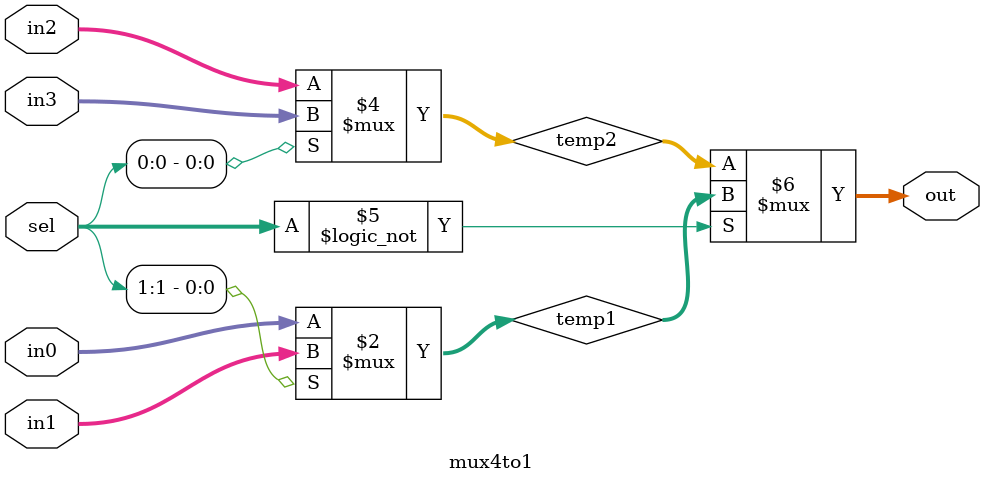
<source format=sv>
module top_module (
	input [1023:0] in,
	input [7:0] sel,
	output [3:0] out
);

wire [255:0] selected_in;
genvar i;
generate
    for (i=0; i<256; i=i+1) begin
        assign selected_in[i] = in[i*4+sel+1:i*4+sel];
    end
endgenerate

mux4to1 mux (
	.in0(selected_in[0]),
	.in1(selected_in[1]),
	.in2(selected_in[2]),
	.in3(selected_in[3]),
	.sel(sel[1:0]),
	.out(out)
);

endmodule
module mux4to1 (
	input [3:0] in0,
	input [3:0] in1,
	input [3:0] in2,
	input [3:0] in3,
	input [1:0] sel,
	output [3:0] out
);
	
wire [3:0] temp1, temp2;

assign temp1 = (sel[1] == 0) ? in0 : in1;
assign temp2 = (sel[0] == 0) ? in2 : in3;

assign out = (sel == 2'b00) ? temp1 : temp2;

endmodule

</source>
